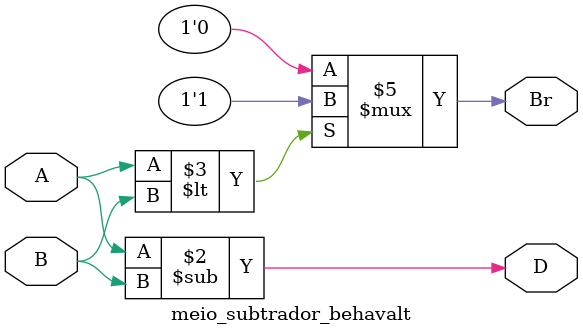
<source format=v>
module meio_subtrador_behavalt(
input A,
input B,
output reg D,
output reg Br
);

always @(*) begin
	D = A-B;
	
	if (A<B)
		Br =1;
	else 
		Br = 0;
	end

endmodule
</source>
